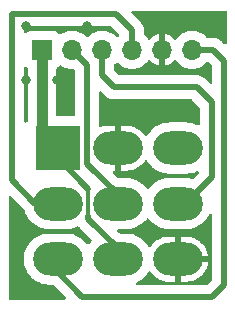
<source format=gbr>
%TF.GenerationSoftware,KiCad,Pcbnew,(6.0.9-0)*%
%TF.CreationDate,2024-05-22T19:22:00+02:00*%
%TF.ProjectId,npnium-switch,6e706e69-756d-42d7-9377-697463682e6b,rev?*%
%TF.SameCoordinates,Original*%
%TF.FileFunction,Copper,L2,Bot*%
%TF.FilePolarity,Positive*%
%FSLAX46Y46*%
G04 Gerber Fmt 4.6, Leading zero omitted, Abs format (unit mm)*
G04 Created by KiCad (PCBNEW (6.0.9-0)) date 2024-05-22 19:22:00*
%MOMM*%
%LPD*%
G01*
G04 APERTURE LIST*
%TA.AperFunction,ComponentPad*%
%ADD10R,1.700000X1.700000*%
%TD*%
%TA.AperFunction,ComponentPad*%
%ADD11O,1.700000X1.700000*%
%TD*%
%TA.AperFunction,ComponentPad*%
%ADD12R,3.816000X3.816000*%
%TD*%
%TA.AperFunction,ComponentPad*%
%ADD13O,4.200000X2.800000*%
%TD*%
%TA.AperFunction,ViaPad*%
%ADD14C,0.800000*%
%TD*%
%TA.AperFunction,Conductor*%
%ADD15C,0.500000*%
%TD*%
%TA.AperFunction,Conductor*%
%ADD16C,0.900000*%
%TD*%
%TA.AperFunction,Conductor*%
%ADD17C,0.300000*%
%TD*%
G04 APERTURE END LIST*
D10*
%TO.P,J3,1,Pin_1*%
%TO.N,/Switch/IN*%
X93599000Y-132080000D03*
D11*
%TO.P,J3,2,Pin_2*%
%TO.N,/Switch/FX_IN*%
X96139000Y-132080000D03*
%TO.P,J3,3,Pin_3*%
%TO.N,/Switch/LED_GND*%
X98679000Y-132080000D03*
%TO.P,J3,4,Pin_4*%
%TO.N,/Switch/OUT*%
X101219000Y-132080000D03*
%TO.P,J3,5,Pin_5*%
%TO.N,/Switch/GND*%
X103759000Y-132080000D03*
%TO.P,J3,6,Pin_6*%
%TO.N,/Switch/FX_OUT*%
X106299000Y-132080000D03*
%TD*%
D12*
%TO.P,SW1,1,A*%
%TO.N,/Switch/IN*%
X94920000Y-140400000D03*
D13*
%TO.P,SW1,2,B*%
%TO.N,/Switch/OUT*%
X94920000Y-145100000D03*
%TO.P,SW1,3,C*%
%TO.N,/Switch/FX_OUT*%
X94920000Y-149800000D03*
%TO.P,SW1,4,A*%
%TO.N,/Switch/GND*%
X100000000Y-140400000D03*
%TO.P,SW1,5,B*%
%TO.N,/Switch/FX_IN*%
X100000000Y-145100000D03*
%TO.P,SW1,6,C*%
%TO.N,/Switch/IN*%
X100000000Y-149800000D03*
%TO.P,SW1,7,A*%
%TO.N,unconnected-(SW1-Pad7)*%
X105080000Y-140400000D03*
%TO.P,SW1,8,B*%
%TO.N,/Switch/LED_GND*%
X105080000Y-145100000D03*
%TO.P,SW1,9,C*%
%TO.N,/Switch/GND*%
X105080000Y-149800000D03*
%TD*%
D14*
%TO.N,/Switch/GND*%
X94869000Y-134620000D03*
X92202000Y-130048000D03*
X92202000Y-147447000D03*
X92202000Y-134620000D03*
X97409000Y-130048000D03*
X92202000Y-152527000D03*
%TD*%
D15*
%TO.N,/Switch/IN*%
X94920000Y-141275000D02*
X94920000Y-140400000D01*
X97490000Y-143845000D02*
X94920000Y-141275000D01*
D16*
X93599000Y-139079000D02*
X94920000Y-140400000D01*
D15*
X100000000Y-148895000D02*
X100000000Y-149800000D01*
X97490000Y-146385000D02*
X100000000Y-148895000D01*
D17*
X97490000Y-146177000D02*
X97490000Y-143845000D01*
D15*
X97490000Y-146177000D02*
X97490000Y-146385000D01*
D16*
X93599000Y-132080000D02*
X93599000Y-139079000D01*
D15*
%TO.N,/Switch/FX_IN*%
X100000000Y-144323000D02*
X100000000Y-145100000D01*
X97390000Y-141713000D02*
X100000000Y-144323000D01*
X96139000Y-132080000D02*
X97390000Y-133331000D01*
X97390000Y-133331000D02*
X97390000Y-141713000D01*
%TO.N,/Switch/LED_GND*%
X105080000Y-145100000D02*
X105725000Y-145100000D01*
X107950000Y-136525000D02*
X106680000Y-135255000D01*
X106680000Y-135255000D02*
X99695000Y-135255000D01*
X98679000Y-134239000D02*
X98679000Y-132080000D01*
X105725000Y-145100000D02*
X107950000Y-142875000D01*
X99695000Y-135255000D02*
X98679000Y-134239000D01*
X107950000Y-142875000D02*
X107950000Y-136525000D01*
%TO.N,/Switch/OUT*%
X94920000Y-145100000D02*
X93030000Y-145100000D01*
X99822000Y-129032000D02*
X101219000Y-130429000D01*
X91059000Y-129032000D02*
X99822000Y-129032000D01*
X101219000Y-130429000D02*
X101219000Y-132080000D01*
X91059000Y-143129000D02*
X91059000Y-129032000D01*
X93030000Y-145100000D02*
X91059000Y-143129000D01*
%TO.N,/Switch/FX_OUT*%
X94920000Y-149800000D02*
X94920000Y-150920000D01*
X109000000Y-133000000D02*
X108080000Y-132080000D01*
X97000000Y-153000000D02*
X108000000Y-153000000D01*
X94920000Y-150920000D02*
X97000000Y-153000000D01*
X108080000Y-132080000D02*
X106299000Y-132080000D01*
X108000000Y-153000000D02*
X109000000Y-152000000D01*
X109000000Y-152000000D02*
X109000000Y-133000000D01*
%TD*%
%TA.AperFunction,Conductor*%
%TO.N,/Switch/GND*%
G36*
X90971012Y-144473358D02*
G01*
X90977595Y-144479487D01*
X92097446Y-145599338D01*
X92129885Y-145655185D01*
X92173014Y-145812836D01*
X92174698Y-145816784D01*
X92274949Y-146051818D01*
X92288696Y-146084048D01*
X92440116Y-146337052D01*
X92624471Y-146567165D01*
X92838350Y-146770128D01*
X93077795Y-146942187D01*
X93338377Y-147080158D01*
X93363310Y-147089282D01*
X93488328Y-147135032D01*
X93615272Y-147181487D01*
X93903357Y-147244300D01*
X93932950Y-147246629D01*
X94132153Y-147262307D01*
X94132162Y-147262307D01*
X94134610Y-147262500D01*
X95694118Y-147262500D01*
X95696254Y-147262354D01*
X95696265Y-147262354D01*
X95909894Y-147247790D01*
X95909900Y-147247789D01*
X95914171Y-147247498D01*
X95918366Y-147246629D01*
X95918368Y-147246629D01*
X96058534Y-147217602D01*
X96202898Y-147187706D01*
X96480839Y-147089282D01*
X96484648Y-147087316D01*
X96484660Y-147087311D01*
X96584899Y-147035573D01*
X96654606Y-147022103D01*
X96720529Y-147048458D01*
X96736644Y-147063583D01*
X96736963Y-147063940D01*
X96740651Y-147068259D01*
X96764188Y-147097119D01*
X96764191Y-147097122D01*
X96768083Y-147101894D01*
X96772830Y-147105821D01*
X96772832Y-147105823D01*
X96803566Y-147131248D01*
X96812346Y-147139238D01*
X97767136Y-148094028D01*
X97801162Y-148156340D01*
X97796097Y-148227155D01*
X97763814Y-148275421D01*
X97719922Y-148316208D01*
X97717208Y-148319524D01*
X97717205Y-148319527D01*
X97556846Y-148515447D01*
X97498221Y-148555493D01*
X97427252Y-148557486D01*
X97366472Y-148520795D01*
X97361008Y-148514422D01*
X97278931Y-148411974D01*
X97215529Y-148332835D01*
X97077610Y-148201955D01*
X97004759Y-148132822D01*
X97004756Y-148132820D01*
X97001650Y-148129872D01*
X96805345Y-147988812D01*
X96765694Y-147960320D01*
X96765693Y-147960319D01*
X96762205Y-147957813D01*
X96734121Y-147942943D01*
X96672119Y-147910115D01*
X96501623Y-147819842D01*
X96224728Y-147718513D01*
X95936643Y-147655700D01*
X95896009Y-147652502D01*
X95707847Y-147637693D01*
X95707838Y-147637693D01*
X95705390Y-147637500D01*
X94145882Y-147637500D01*
X94143746Y-147637646D01*
X94143735Y-147637646D01*
X93930106Y-147652210D01*
X93930100Y-147652211D01*
X93925829Y-147652502D01*
X93921634Y-147653371D01*
X93921632Y-147653371D01*
X93781465Y-147682398D01*
X93637102Y-147712294D01*
X93359161Y-147810718D01*
X93097149Y-147945953D01*
X93093648Y-147948414D01*
X93093644Y-147948416D01*
X92979617Y-148028556D01*
X92855915Y-148115495D01*
X92639922Y-148316208D01*
X92637208Y-148319524D01*
X92637205Y-148319527D01*
X92595535Y-148370438D01*
X92453167Y-148544377D01*
X92299107Y-148795781D01*
X92297381Y-148799714D01*
X92297380Y-148799715D01*
X92230790Y-148951412D01*
X92180591Y-149065768D01*
X92099813Y-149349340D01*
X92058268Y-149641252D01*
X92056724Y-149936102D01*
X92057283Y-149940346D01*
X92057283Y-149940350D01*
X92072835Y-150058475D01*
X92095210Y-150228433D01*
X92173014Y-150512836D01*
X92174698Y-150516784D01*
X92197377Y-150569953D01*
X92288696Y-150784048D01*
X92440116Y-151037052D01*
X92624471Y-151267165D01*
X92650076Y-151291463D01*
X92815792Y-151448721D01*
X92838350Y-151470128D01*
X92979346Y-151571444D01*
X93063275Y-151631753D01*
X93077795Y-151642187D01*
X93081590Y-151644196D01*
X93081591Y-151644197D01*
X93124888Y-151667121D01*
X93338377Y-151780158D01*
X93342408Y-151781633D01*
X93580803Y-151868873D01*
X93615272Y-151881487D01*
X93903357Y-151944300D01*
X93937223Y-151946965D01*
X94132153Y-151962307D01*
X94132162Y-151962307D01*
X94134610Y-151962500D01*
X94478418Y-151962500D01*
X94546539Y-151982502D01*
X94567513Y-151999405D01*
X95590514Y-153022405D01*
X95624539Y-153084717D01*
X95619475Y-153155532D01*
X95576928Y-153212368D01*
X95510408Y-153237179D01*
X95501419Y-153237500D01*
X90888500Y-153237500D01*
X90820379Y-153217498D01*
X90773886Y-153163842D01*
X90762500Y-153111500D01*
X90762500Y-144568582D01*
X90782502Y-144500461D01*
X90836158Y-144453968D01*
X90906432Y-144443864D01*
X90971012Y-144473358D01*
G37*
%TD.AperFunction*%
%TA.AperFunction,Conductor*%
G36*
X107928049Y-145944826D02*
G01*
X107975329Y-145997790D01*
X107987500Y-146051818D01*
X107987500Y-151528419D01*
X107967498Y-151596540D01*
X107950595Y-151617514D01*
X107617514Y-151950595D01*
X107555202Y-151984621D01*
X107528419Y-151987500D01*
X101695639Y-151987500D01*
X101627518Y-151967498D01*
X101581025Y-151913842D01*
X101570921Y-151843568D01*
X101600415Y-151778988D01*
X101637849Y-151749534D01*
X101819044Y-151656012D01*
X101819045Y-151656012D01*
X101822851Y-151654047D01*
X101826352Y-151651586D01*
X101826356Y-151651584D01*
X101995008Y-151533053D01*
X102064085Y-151484505D01*
X102280078Y-151283792D01*
X102319522Y-151235602D01*
X102464117Y-151058941D01*
X102466833Y-151055623D01*
X102570069Y-150887157D01*
X102580544Y-150870064D01*
X102633192Y-150822433D01*
X102703233Y-150810826D01*
X102768431Y-150838929D01*
X102796710Y-150872235D01*
X102801054Y-150879655D01*
X102806211Y-150887157D01*
X102973446Y-151096276D01*
X102979635Y-151102959D01*
X103175305Y-151285743D01*
X103182394Y-151291463D01*
X103402403Y-151444089D01*
X103410236Y-151448721D01*
X103649973Y-151567988D01*
X103658398Y-151571444D01*
X103912845Y-151654857D01*
X103921670Y-151657057D01*
X104186210Y-151702989D01*
X104193828Y-151703836D01*
X104275902Y-151707922D01*
X104279043Y-151708000D01*
X104807885Y-151708000D01*
X104823124Y-151703525D01*
X104824329Y-151702135D01*
X104826000Y-151694452D01*
X104826000Y-151689885D01*
X105334000Y-151689885D01*
X105338475Y-151705124D01*
X105339865Y-151706329D01*
X105347548Y-151708000D01*
X105848053Y-151708000D01*
X105852624Y-151707835D01*
X106051617Y-151693396D01*
X106060626Y-151692082D01*
X106322092Y-151634356D01*
X106330822Y-151631753D01*
X106581215Y-151536888D01*
X106589476Y-151533053D01*
X106823552Y-151403035D01*
X106831177Y-151398045D01*
X107044029Y-151235602D01*
X107050856Y-151229562D01*
X107238026Y-151038096D01*
X107243907Y-151031137D01*
X107401482Y-150814652D01*
X107406302Y-150806906D01*
X107530969Y-150569953D01*
X107534618Y-150561601D01*
X107623778Y-150309124D01*
X107626181Y-150300340D01*
X107671231Y-150071775D01*
X107670052Y-150058862D01*
X107654951Y-150054000D01*
X105352115Y-150054000D01*
X105336876Y-150058475D01*
X105335671Y-150059865D01*
X105334000Y-150067548D01*
X105334000Y-151689885D01*
X104826000Y-151689885D01*
X104826000Y-149527885D01*
X105334000Y-149527885D01*
X105338475Y-149543124D01*
X105339865Y-149544329D01*
X105347548Y-149546000D01*
X107654404Y-149546000D01*
X107668881Y-149541749D01*
X107670944Y-149529488D01*
X107666747Y-149485506D01*
X107665227Y-149476514D01*
X107601584Y-149216429D01*
X107598786Y-149207765D01*
X107498264Y-148959586D01*
X107494242Y-148951412D01*
X107358945Y-148720344D01*
X107353789Y-148712843D01*
X107186554Y-148503724D01*
X107180365Y-148497041D01*
X106984695Y-148314257D01*
X106977606Y-148308537D01*
X106757597Y-148155911D01*
X106749764Y-148151279D01*
X106510027Y-148032012D01*
X106501602Y-148028556D01*
X106247155Y-147945143D01*
X106238330Y-147942943D01*
X105973790Y-147897011D01*
X105966172Y-147896164D01*
X105884098Y-147892078D01*
X105880957Y-147892000D01*
X105352115Y-147892000D01*
X105336876Y-147896475D01*
X105335671Y-147897865D01*
X105334000Y-147905548D01*
X105334000Y-149527885D01*
X104826000Y-149527885D01*
X104826000Y-147910115D01*
X104821525Y-147894876D01*
X104820135Y-147893671D01*
X104812452Y-147892000D01*
X104311947Y-147892000D01*
X104307376Y-147892165D01*
X104108383Y-147906604D01*
X104099374Y-147907918D01*
X103837908Y-147965644D01*
X103829178Y-147968247D01*
X103578785Y-148063112D01*
X103570524Y-148066947D01*
X103336448Y-148196965D01*
X103328823Y-148201955D01*
X103115971Y-148364398D01*
X103109144Y-148370438D01*
X102921974Y-148561904D01*
X102916085Y-148568871D01*
X102790788Y-148741012D01*
X102734528Y-148784317D01*
X102663787Y-148790331D01*
X102601024Y-148757144D01*
X102580801Y-148731568D01*
X102482088Y-148566630D01*
X102482085Y-148566626D01*
X102479884Y-148562948D01*
X102295529Y-148332835D01*
X102157610Y-148201955D01*
X102084759Y-148132822D01*
X102084756Y-148132820D01*
X102081650Y-148129872D01*
X101885345Y-147988812D01*
X101845694Y-147960320D01*
X101845693Y-147960319D01*
X101842205Y-147957813D01*
X101814121Y-147942943D01*
X101752119Y-147910115D01*
X101581623Y-147819842D01*
X101304728Y-147718513D01*
X101016643Y-147655700D01*
X100976009Y-147652502D01*
X100787847Y-147637693D01*
X100787838Y-147637693D01*
X100785390Y-147637500D01*
X100226582Y-147637500D01*
X100158461Y-147617498D01*
X100137487Y-147600595D01*
X100014487Y-147477595D01*
X99980461Y-147415283D01*
X99985526Y-147344468D01*
X100028073Y-147287632D01*
X100094593Y-147262821D01*
X100103582Y-147262500D01*
X100774118Y-147262500D01*
X100776254Y-147262354D01*
X100776265Y-147262354D01*
X100989894Y-147247790D01*
X100989900Y-147247789D01*
X100994171Y-147247498D01*
X100998366Y-147246629D01*
X100998368Y-147246629D01*
X101138534Y-147217602D01*
X101282898Y-147187706D01*
X101560839Y-147089282D01*
X101822851Y-146954047D01*
X101826352Y-146951586D01*
X101826356Y-146951584D01*
X101943468Y-146869276D01*
X102064085Y-146784505D01*
X102280078Y-146583792D01*
X102443154Y-146384553D01*
X102501779Y-146344507D01*
X102572748Y-146342514D01*
X102633528Y-146379205D01*
X102638992Y-146385578D01*
X102721069Y-146488026D01*
X102784471Y-146567165D01*
X102998350Y-146770128D01*
X103237795Y-146942187D01*
X103498377Y-147080158D01*
X103523310Y-147089282D01*
X103648328Y-147135032D01*
X103775272Y-147181487D01*
X104063357Y-147244300D01*
X104092950Y-147246629D01*
X104292153Y-147262307D01*
X104292162Y-147262307D01*
X104294610Y-147262500D01*
X105854118Y-147262500D01*
X105856254Y-147262354D01*
X105856265Y-147262354D01*
X106069894Y-147247790D01*
X106069900Y-147247789D01*
X106074171Y-147247498D01*
X106078366Y-147246629D01*
X106078368Y-147246629D01*
X106218534Y-147217602D01*
X106362898Y-147187706D01*
X106640839Y-147089282D01*
X106902851Y-146954047D01*
X106906352Y-146951586D01*
X106906356Y-146951584D01*
X107023468Y-146869276D01*
X107144085Y-146784505D01*
X107360078Y-146583792D01*
X107546833Y-146355623D01*
X107700893Y-146104219D01*
X107709748Y-146084048D01*
X107746127Y-146001173D01*
X107791823Y-145946837D01*
X107859641Y-145925832D01*
X107928049Y-145944826D01*
G37*
%TD.AperFunction*%
%TA.AperFunction,Conductor*%
G36*
X98611012Y-135603358D02*
G01*
X98617595Y-135609487D01*
X98935167Y-135927059D01*
X98944268Y-135937201D01*
X98968096Y-135966837D01*
X99006697Y-135999227D01*
X99010345Y-136002410D01*
X99012202Y-136004094D01*
X99014384Y-136006276D01*
X99047746Y-136033681D01*
X99048633Y-136034417D01*
X99120203Y-136094470D01*
X99124891Y-136097047D01*
X99129025Y-136100443D01*
X99134451Y-136103352D01*
X99134455Y-136103355D01*
X99175018Y-136125103D01*
X99211310Y-136144563D01*
X99212402Y-136145156D01*
X99294204Y-136190127D01*
X99299304Y-136191745D01*
X99304019Y-136194273D01*
X99387826Y-136219896D01*
X99393295Y-136221568D01*
X99394553Y-136221960D01*
X99477597Y-136248303D01*
X99477600Y-136248304D01*
X99483471Y-136250166D01*
X99488786Y-136250762D01*
X99493904Y-136252327D01*
X99500029Y-136252949D01*
X99500033Y-136252950D01*
X99554167Y-136258449D01*
X99586806Y-136261764D01*
X99588007Y-136261892D01*
X99607990Y-136264134D01*
X99634504Y-136267108D01*
X99634512Y-136267108D01*
X99638003Y-136267500D01*
X99641528Y-136267500D01*
X99642567Y-136267558D01*
X99648256Y-136268006D01*
X99670111Y-136270226D01*
X99685322Y-136271771D01*
X99685325Y-136271771D01*
X99691448Y-136272393D01*
X99737295Y-136268059D01*
X99749154Y-136267500D01*
X106208417Y-136267500D01*
X106276538Y-136287502D01*
X106297512Y-136304404D01*
X106900595Y-136907486D01*
X106934620Y-136969799D01*
X106937500Y-136996582D01*
X106937500Y-138356627D01*
X106917498Y-138424748D01*
X106863842Y-138471241D01*
X106793568Y-138481345D01*
X106752545Y-138467983D01*
X106661623Y-138419842D01*
X106488880Y-138356627D01*
X106388759Y-138319988D01*
X106388757Y-138319987D01*
X106384728Y-138318513D01*
X106096643Y-138255700D01*
X106056009Y-138252502D01*
X105867847Y-138237693D01*
X105867838Y-138237693D01*
X105865390Y-138237500D01*
X104305882Y-138237500D01*
X104303746Y-138237646D01*
X104303735Y-138237646D01*
X104090106Y-138252210D01*
X104090100Y-138252211D01*
X104085829Y-138252502D01*
X104081634Y-138253371D01*
X104081632Y-138253371D01*
X103941465Y-138282398D01*
X103797102Y-138312294D01*
X103519161Y-138410718D01*
X103257149Y-138545953D01*
X103253648Y-138548414D01*
X103253644Y-138548416D01*
X103224635Y-138568804D01*
X103015915Y-138715495D01*
X102799922Y-138916208D01*
X102613167Y-139144377D01*
X102610928Y-139148031D01*
X102499456Y-139329936D01*
X102446808Y-139377567D01*
X102376767Y-139389174D01*
X102311569Y-139361071D01*
X102283290Y-139327765D01*
X102278946Y-139320345D01*
X102273789Y-139312843D01*
X102106554Y-139103724D01*
X102100365Y-139097041D01*
X101904695Y-138914257D01*
X101897606Y-138908537D01*
X101677597Y-138755911D01*
X101669764Y-138751279D01*
X101430027Y-138632012D01*
X101421602Y-138628556D01*
X101167155Y-138545143D01*
X101158330Y-138542943D01*
X100893790Y-138497011D01*
X100886172Y-138496164D01*
X100804098Y-138492078D01*
X100800957Y-138492000D01*
X100272115Y-138492000D01*
X100256876Y-138496475D01*
X100255671Y-138497865D01*
X100254000Y-138505548D01*
X100254000Y-142289885D01*
X100258475Y-142305124D01*
X100259865Y-142306329D01*
X100267548Y-142308000D01*
X100768053Y-142308000D01*
X100772624Y-142307835D01*
X100971617Y-142293396D01*
X100980626Y-142292082D01*
X101242092Y-142234356D01*
X101250822Y-142231753D01*
X101501215Y-142136888D01*
X101509476Y-142133053D01*
X101743552Y-142003035D01*
X101751177Y-141998045D01*
X101964029Y-141835602D01*
X101970856Y-141829562D01*
X102158026Y-141638096D01*
X102163915Y-141631129D01*
X102289212Y-141458988D01*
X102345472Y-141415683D01*
X102416213Y-141409669D01*
X102478976Y-141442856D01*
X102499198Y-141468431D01*
X102600116Y-141637052D01*
X102784471Y-141867165D01*
X102911342Y-141987561D01*
X102927649Y-142003035D01*
X102998350Y-142070128D01*
X103194655Y-142211188D01*
X103223275Y-142231753D01*
X103237795Y-142242187D01*
X103498377Y-142380158D01*
X103517929Y-142387313D01*
X103730192Y-142464990D01*
X103775272Y-142481487D01*
X104063357Y-142544300D01*
X104092950Y-142546629D01*
X104292153Y-142562307D01*
X104292162Y-142562307D01*
X104294610Y-142562500D01*
X105854118Y-142562500D01*
X105856254Y-142562354D01*
X105856265Y-142562354D01*
X106069894Y-142547790D01*
X106069900Y-142547789D01*
X106074171Y-142547498D01*
X106078366Y-142546629D01*
X106078368Y-142546629D01*
X106231833Y-142514848D01*
X106362898Y-142487706D01*
X106640839Y-142389282D01*
X106644654Y-142387313D01*
X106671926Y-142373237D01*
X106741633Y-142359767D01*
X106807557Y-142386122D01*
X106848767Y-142443934D01*
X106852180Y-142514848D01*
X106818812Y-142574297D01*
X106425088Y-142968021D01*
X106362776Y-143002047D01*
X106309151Y-143002034D01*
X106230992Y-142984993D01*
X106096643Y-142955700D01*
X106056009Y-142952502D01*
X105867847Y-142937693D01*
X105867838Y-142937693D01*
X105865390Y-142937500D01*
X104305882Y-142937500D01*
X104303746Y-142937646D01*
X104303735Y-142937646D01*
X104090106Y-142952210D01*
X104090100Y-142952211D01*
X104085829Y-142952502D01*
X104081634Y-142953371D01*
X104081632Y-142953371D01*
X104010890Y-142968021D01*
X103797102Y-143012294D01*
X103519161Y-143110718D01*
X103257149Y-143245953D01*
X103253648Y-143248414D01*
X103253644Y-143248416D01*
X103204284Y-143283107D01*
X103015915Y-143415495D01*
X102799922Y-143616208D01*
X102797208Y-143619524D01*
X102797205Y-143619527D01*
X102636846Y-143815447D01*
X102578221Y-143855493D01*
X102507252Y-143857486D01*
X102446472Y-143820795D01*
X102441008Y-143814422D01*
X102298206Y-143636177D01*
X102295529Y-143632835D01*
X102081650Y-143429872D01*
X101842205Y-143257813D01*
X101581623Y-143119842D01*
X101304728Y-143018513D01*
X101016643Y-142955700D01*
X100976009Y-142952502D01*
X100787847Y-142937693D01*
X100787838Y-142937693D01*
X100785390Y-142937500D01*
X100098581Y-142937500D01*
X100030460Y-142917498D01*
X100009486Y-142900595D01*
X99631986Y-142523095D01*
X99597960Y-142460783D01*
X99603025Y-142389968D01*
X99645572Y-142333132D01*
X99712092Y-142308321D01*
X99721081Y-142308000D01*
X99727885Y-142308000D01*
X99743124Y-142303525D01*
X99744329Y-142302135D01*
X99746000Y-142294452D01*
X99746000Y-138510115D01*
X99741525Y-138494876D01*
X99740135Y-138493671D01*
X99732452Y-138492000D01*
X99231947Y-138492000D01*
X99227376Y-138492165D01*
X99028383Y-138506604D01*
X99019374Y-138507918D01*
X98757908Y-138565644D01*
X98749178Y-138568247D01*
X98573141Y-138634941D01*
X98502352Y-138640371D01*
X98439865Y-138606668D01*
X98405519Y-138544532D01*
X98402500Y-138517114D01*
X98402500Y-135698582D01*
X98422502Y-135630461D01*
X98476158Y-135583968D01*
X98546432Y-135573864D01*
X98611012Y-135603358D01*
G37*
%TD.AperFunction*%
%TA.AperFunction,Conductor*%
G36*
X92272817Y-133532082D02*
G01*
X92273201Y-133532466D01*
X92279434Y-133536308D01*
X92279439Y-133536312D01*
X92326615Y-133565391D01*
X92374109Y-133618162D01*
X92386500Y-133672651D01*
X92386500Y-138017856D01*
X92367760Y-138083971D01*
X92316236Y-138167560D01*
X92313931Y-138174509D01*
X92311694Y-138179306D01*
X92264775Y-138232590D01*
X92196498Y-138252050D01*
X92128538Y-138231507D01*
X92082474Y-138177483D01*
X92071500Y-138126054D01*
X92071500Y-133632156D01*
X92091502Y-133564035D01*
X92145158Y-133517542D01*
X92215432Y-133507438D01*
X92272817Y-133532082D01*
G37*
%TD.AperFunction*%
%TA.AperFunction,Conductor*%
G36*
X95176920Y-133384384D02*
G01*
X95198825Y-133395044D01*
X95404677Y-133521191D01*
X95409247Y-133523084D01*
X95409251Y-133523086D01*
X95634596Y-133616427D01*
X95639169Y-133618321D01*
X95724146Y-133638722D01*
X95881156Y-133676417D01*
X95881162Y-133676418D01*
X95885969Y-133677572D01*
X96139000Y-133697486D01*
X96241614Y-133689410D01*
X96311094Y-133704006D01*
X96361654Y-133753848D01*
X96377500Y-133815022D01*
X96377500Y-137603500D01*
X96357498Y-137671621D01*
X96303842Y-137718114D01*
X96251500Y-137729500D01*
X94937500Y-137729500D01*
X94869379Y-137709498D01*
X94822886Y-137655842D01*
X94811500Y-137603500D01*
X94811500Y-133672598D01*
X94831502Y-133604477D01*
X94871193Y-133565457D01*
X94925850Y-133531634D01*
X95043819Y-133413460D01*
X95106100Y-133379381D01*
X95176920Y-133384384D01*
G37*
%TD.AperFunction*%
%TA.AperFunction,Conductor*%
G36*
X109179621Y-128782502D02*
G01*
X109226114Y-128836158D01*
X109237500Y-128888500D01*
X109237500Y-131501419D01*
X109217498Y-131569540D01*
X109163842Y-131616033D01*
X109093568Y-131626137D01*
X109028988Y-131596643D01*
X109022405Y-131590514D01*
X108839837Y-131407946D01*
X108830735Y-131397803D01*
X108810763Y-131372963D01*
X108806904Y-131368163D01*
X108802186Y-131364204D01*
X108802180Y-131364198D01*
X108768289Y-131335760D01*
X108764637Y-131332574D01*
X108762790Y-131330899D01*
X108760616Y-131328725D01*
X108758247Y-131326779D01*
X108758237Y-131326770D01*
X108727316Y-131301371D01*
X108726301Y-131300529D01*
X108659514Y-131244488D01*
X108654797Y-131240530D01*
X108650109Y-131237953D01*
X108645975Y-131234557D01*
X108640549Y-131231648D01*
X108640545Y-131231645D01*
X108599573Y-131209677D01*
X108563690Y-131190437D01*
X108562596Y-131189843D01*
X108486195Y-131147841D01*
X108486194Y-131147841D01*
X108480796Y-131144873D01*
X108475696Y-131143255D01*
X108470981Y-131140727D01*
X108381705Y-131113432D01*
X108380447Y-131113040D01*
X108297403Y-131086697D01*
X108297400Y-131086696D01*
X108291529Y-131084834D01*
X108286214Y-131084238D01*
X108281096Y-131082673D01*
X108274971Y-131082051D01*
X108274967Y-131082050D01*
X108220833Y-131076551D01*
X108188194Y-131073236D01*
X108186993Y-131073108D01*
X108167010Y-131070866D01*
X108140496Y-131067892D01*
X108140488Y-131067892D01*
X108136997Y-131067500D01*
X108133472Y-131067500D01*
X108132433Y-131067442D01*
X108126744Y-131066994D01*
X108104629Y-131064748D01*
X108089678Y-131063229D01*
X108089675Y-131063229D01*
X108083552Y-131062607D01*
X108041094Y-131066621D01*
X108037704Y-131066941D01*
X108025846Y-131067500D01*
X107612908Y-131067500D01*
X107544787Y-131047498D01*
X107517097Y-131023331D01*
X107445943Y-130940021D01*
X107442735Y-130936265D01*
X107249734Y-130771426D01*
X107033323Y-130638809D01*
X107028753Y-130636916D01*
X107028749Y-130636914D01*
X106803404Y-130543573D01*
X106803402Y-130543572D01*
X106798831Y-130541679D01*
X106713854Y-130521278D01*
X106556844Y-130483583D01*
X106556838Y-130483582D01*
X106552031Y-130482428D01*
X106299000Y-130462514D01*
X106045969Y-130482428D01*
X106041162Y-130483582D01*
X106041156Y-130483583D01*
X105884146Y-130521278D01*
X105799169Y-130541679D01*
X105794598Y-130543572D01*
X105794596Y-130543573D01*
X105569251Y-130636914D01*
X105569247Y-130636916D01*
X105564677Y-130638809D01*
X105348266Y-130771426D01*
X105155265Y-130936265D01*
X104990426Y-131129266D01*
X104980265Y-131145848D01*
X104973324Y-131157174D01*
X104920676Y-131204805D01*
X104850635Y-131216412D01*
X104785437Y-131188309D01*
X104772698Y-131176139D01*
X104691806Y-131087240D01*
X104684273Y-131080215D01*
X104517139Y-130948222D01*
X104508552Y-130942517D01*
X104322117Y-130839599D01*
X104312705Y-130835369D01*
X104111959Y-130764280D01*
X104101988Y-130761646D01*
X104030837Y-130748972D01*
X104017540Y-130750432D01*
X104013000Y-130764989D01*
X104013000Y-133398517D01*
X104017064Y-133412359D01*
X104030478Y-133414393D01*
X104037184Y-133413534D01*
X104047262Y-133411392D01*
X104251255Y-133350191D01*
X104260842Y-133346433D01*
X104452095Y-133252739D01*
X104460945Y-133247464D01*
X104634328Y-133123792D01*
X104642193Y-133117145D01*
X104778262Y-132981549D01*
X104840633Y-132947633D01*
X104911440Y-132952821D01*
X104968202Y-132995467D01*
X104974635Y-133004966D01*
X104987840Y-133026515D01*
X104987844Y-133026520D01*
X104990426Y-133030734D01*
X105155265Y-133223735D01*
X105348266Y-133388574D01*
X105564677Y-133521191D01*
X105569247Y-133523084D01*
X105569251Y-133523086D01*
X105794596Y-133616427D01*
X105799169Y-133618321D01*
X105884146Y-133638722D01*
X106041156Y-133676417D01*
X106041162Y-133676418D01*
X106045969Y-133677572D01*
X106299000Y-133697486D01*
X106552031Y-133677572D01*
X106556838Y-133676418D01*
X106556844Y-133676417D01*
X106713854Y-133638722D01*
X106798831Y-133618321D01*
X106803404Y-133616427D01*
X107028749Y-133523086D01*
X107028753Y-133523084D01*
X107033323Y-133521191D01*
X107249734Y-133388574D01*
X107442735Y-133223735D01*
X107515029Y-133139091D01*
X107574479Y-133100282D01*
X107645473Y-133099776D01*
X107699934Y-133131826D01*
X107950595Y-133382486D01*
X107984620Y-133444799D01*
X107987500Y-133471582D01*
X107987500Y-134826419D01*
X107967498Y-134894540D01*
X107913842Y-134941033D01*
X107843568Y-134951137D01*
X107778988Y-134921643D01*
X107772405Y-134915514D01*
X107439837Y-134582946D01*
X107430735Y-134572803D01*
X107410763Y-134547963D01*
X107406904Y-134543163D01*
X107402186Y-134539204D01*
X107402180Y-134539198D01*
X107368289Y-134510760D01*
X107364637Y-134507574D01*
X107362790Y-134505899D01*
X107360616Y-134503725D01*
X107358247Y-134501779D01*
X107358237Y-134501770D01*
X107327316Y-134476371D01*
X107326301Y-134475529D01*
X107259514Y-134419488D01*
X107254797Y-134415530D01*
X107250109Y-134412953D01*
X107245975Y-134409557D01*
X107240549Y-134406648D01*
X107240545Y-134406645D01*
X107199982Y-134384897D01*
X107163690Y-134365437D01*
X107162596Y-134364843D01*
X107086195Y-134322841D01*
X107086194Y-134322841D01*
X107080796Y-134319873D01*
X107075696Y-134318255D01*
X107070981Y-134315727D01*
X106981705Y-134288432D01*
X106980447Y-134288040D01*
X106897403Y-134261697D01*
X106897400Y-134261696D01*
X106891529Y-134259834D01*
X106886214Y-134259238D01*
X106881096Y-134257673D01*
X106874971Y-134257051D01*
X106874967Y-134257050D01*
X106820833Y-134251551D01*
X106788194Y-134248236D01*
X106786993Y-134248108D01*
X106767010Y-134245866D01*
X106740496Y-134242892D01*
X106740488Y-134242892D01*
X106736997Y-134242500D01*
X106733472Y-134242500D01*
X106732433Y-134242442D01*
X106726744Y-134241994D01*
X106704889Y-134239774D01*
X106689678Y-134238229D01*
X106689675Y-134238229D01*
X106683552Y-134237607D01*
X106641094Y-134241621D01*
X106637704Y-134241941D01*
X106625846Y-134242500D01*
X100166583Y-134242500D01*
X100098462Y-134222498D01*
X100077488Y-134205596D01*
X99728405Y-133856514D01*
X99694380Y-133794201D01*
X99691500Y-133767418D01*
X99691500Y-133393908D01*
X99711502Y-133325787D01*
X99735669Y-133298097D01*
X99818979Y-133226943D01*
X99822735Y-133223735D01*
X99853189Y-133188078D01*
X99912640Y-133149269D01*
X99983634Y-133148763D01*
X100044811Y-133188078D01*
X100075265Y-133223735D01*
X100268266Y-133388574D01*
X100484677Y-133521191D01*
X100489247Y-133523084D01*
X100489251Y-133523086D01*
X100714596Y-133616427D01*
X100719169Y-133618321D01*
X100804146Y-133638722D01*
X100961156Y-133676417D01*
X100961162Y-133676418D01*
X100965969Y-133677572D01*
X101219000Y-133697486D01*
X101472031Y-133677572D01*
X101476838Y-133676418D01*
X101476844Y-133676417D01*
X101633854Y-133638722D01*
X101718831Y-133618321D01*
X101723404Y-133616427D01*
X101948749Y-133523086D01*
X101948753Y-133523084D01*
X101953323Y-133521191D01*
X102169734Y-133388574D01*
X102362735Y-133223735D01*
X102527574Y-133030734D01*
X102530156Y-133026520D01*
X102530160Y-133026515D01*
X102544617Y-133002923D01*
X102597264Y-132955291D01*
X102667306Y-132943684D01*
X102732503Y-132971787D01*
X102747287Y-132986259D01*
X102802218Y-133049673D01*
X102809580Y-133056883D01*
X102973434Y-133192916D01*
X102981881Y-133198831D01*
X103165756Y-133306279D01*
X103175042Y-133310729D01*
X103374001Y-133386703D01*
X103383899Y-133389579D01*
X103487250Y-133410606D01*
X103501299Y-133409410D01*
X103505000Y-133399065D01*
X103505000Y-130763102D01*
X103501082Y-130749758D01*
X103486806Y-130747771D01*
X103448324Y-130753660D01*
X103438288Y-130756051D01*
X103235868Y-130822212D01*
X103226359Y-130826209D01*
X103037463Y-130924542D01*
X103028738Y-130930036D01*
X102858433Y-131057905D01*
X102850726Y-131064748D01*
X102742783Y-131177704D01*
X102681259Y-131213134D01*
X102610346Y-131209677D01*
X102552560Y-131168431D01*
X102544257Y-131156489D01*
X102530159Y-131133484D01*
X102530156Y-131133480D01*
X102527574Y-131129266D01*
X102362735Y-130936265D01*
X102275669Y-130861903D01*
X102236860Y-130802452D01*
X102231500Y-130766092D01*
X102231500Y-130491058D01*
X102232237Y-130477450D01*
X102235678Y-130445779D01*
X102235678Y-130445775D01*
X102236343Y-130439654D01*
X102231952Y-130389460D01*
X102231623Y-130384632D01*
X102231500Y-130382114D01*
X102231500Y-130379036D01*
X102231201Y-130375982D01*
X102231200Y-130375971D01*
X102227293Y-130336130D01*
X102227171Y-130334815D01*
X102219575Y-130247985D01*
X102219575Y-130247984D01*
X102219038Y-130241848D01*
X102217545Y-130236709D01*
X102217023Y-130231386D01*
X102190062Y-130142087D01*
X102189687Y-130140823D01*
X102165360Y-130057092D01*
X102163640Y-130051171D01*
X102161179Y-130046424D01*
X102159632Y-130041299D01*
X102156740Y-130035860D01*
X102156738Y-130035855D01*
X102115771Y-129958807D01*
X102115159Y-129957640D01*
X102075102Y-129880363D01*
X102075100Y-129880360D01*
X102072262Y-129874885D01*
X102068926Y-129870706D01*
X102066413Y-129865980D01*
X102062524Y-129861212D01*
X102062521Y-129861207D01*
X102007465Y-129793702D01*
X102006636Y-129792676D01*
X101977443Y-129756107D01*
X101975248Y-129753357D01*
X101972753Y-129750862D01*
X101972068Y-129750096D01*
X101968348Y-129745740D01*
X101940917Y-129712106D01*
X101905428Y-129682747D01*
X101896649Y-129674758D01*
X101199486Y-128977595D01*
X101165460Y-128915283D01*
X101170525Y-128844468D01*
X101213072Y-128787632D01*
X101279592Y-128762821D01*
X101288581Y-128762500D01*
X109111500Y-128762500D01*
X109179621Y-128782502D01*
G37*
%TD.AperFunction*%
%TA.AperFunction,Conductor*%
G36*
X99418539Y-130064502D02*
G01*
X99439513Y-130081405D01*
X100097058Y-130738950D01*
X100131084Y-130801262D01*
X100126019Y-130872077D01*
X100089794Y-130923856D01*
X100075265Y-130936265D01*
X100072057Y-130940021D01*
X100044811Y-130971922D01*
X99985360Y-131010731D01*
X99914366Y-131011237D01*
X99853189Y-130971922D01*
X99825943Y-130940021D01*
X99822735Y-130936265D01*
X99629734Y-130771426D01*
X99413323Y-130638809D01*
X99408753Y-130636916D01*
X99408749Y-130636914D01*
X99183404Y-130543573D01*
X99183402Y-130543572D01*
X99178831Y-130541679D01*
X99093854Y-130521278D01*
X98936844Y-130483583D01*
X98936838Y-130483582D01*
X98932031Y-130482428D01*
X98679000Y-130462514D01*
X98425969Y-130482428D01*
X98421162Y-130483582D01*
X98421156Y-130483583D01*
X98264146Y-130521278D01*
X98179169Y-130541679D01*
X98174598Y-130543572D01*
X98174596Y-130543573D01*
X97949251Y-130636914D01*
X97949247Y-130636916D01*
X97944677Y-130638809D01*
X97728266Y-130771426D01*
X97535265Y-130936265D01*
X97532057Y-130940021D01*
X97504811Y-130971922D01*
X97445360Y-131010731D01*
X97374366Y-131011237D01*
X97313189Y-130971922D01*
X97285943Y-130940021D01*
X97282735Y-130936265D01*
X97089734Y-130771426D01*
X96873323Y-130638809D01*
X96868753Y-130636916D01*
X96868749Y-130636914D01*
X96643404Y-130543573D01*
X96643402Y-130543572D01*
X96638831Y-130541679D01*
X96553854Y-130521278D01*
X96396844Y-130483583D01*
X96396838Y-130483582D01*
X96392031Y-130482428D01*
X96139000Y-130462514D01*
X95885969Y-130482428D01*
X95881162Y-130483582D01*
X95881156Y-130483583D01*
X95724146Y-130521278D01*
X95639169Y-130541679D01*
X95634598Y-130543572D01*
X95634596Y-130543573D01*
X95409251Y-130636914D01*
X95409247Y-130636916D01*
X95404677Y-130638809D01*
X95198946Y-130764881D01*
X95130414Y-130783419D01*
X95062737Y-130761963D01*
X95044094Y-130746621D01*
X94929978Y-130632704D01*
X94924799Y-130627534D01*
X94773440Y-130534236D01*
X94754151Y-130527838D01*
X94611209Y-130480425D01*
X94611207Y-130480424D01*
X94604678Y-130478259D01*
X94499666Y-130467500D01*
X92698334Y-130467500D01*
X92695088Y-130467837D01*
X92695084Y-130467837D01*
X92598868Y-130477820D01*
X92598864Y-130477821D01*
X92592010Y-130478532D01*
X92585474Y-130480713D01*
X92585472Y-130480713D01*
X92554465Y-130491058D01*
X92423346Y-130534803D01*
X92272150Y-130628366D01*
X92271992Y-130628110D01*
X92209957Y-130653221D01*
X92140192Y-130640051D01*
X92088623Y-130591255D01*
X92071500Y-130527838D01*
X92071500Y-130170500D01*
X92091502Y-130102379D01*
X92145158Y-130055886D01*
X92197500Y-130044500D01*
X99350418Y-130044500D01*
X99418539Y-130064502D01*
G37*
%TD.AperFunction*%
%TD*%
M02*

</source>
